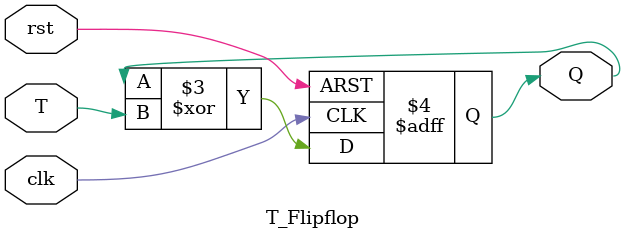
<source format=v>
module T_Flipflop (T, clk, rst, Q);
input T, clk, rst;

output reg Q;
//output reg not_Q;

always@(posedge clk, negedge rst) begin
	if(rst == 0)
		Q = 1'b0;
		//not_Q = 0;
	else
		Q = Q ^ T;
		//not_Q = ~Q;
end

endmodule
</source>
